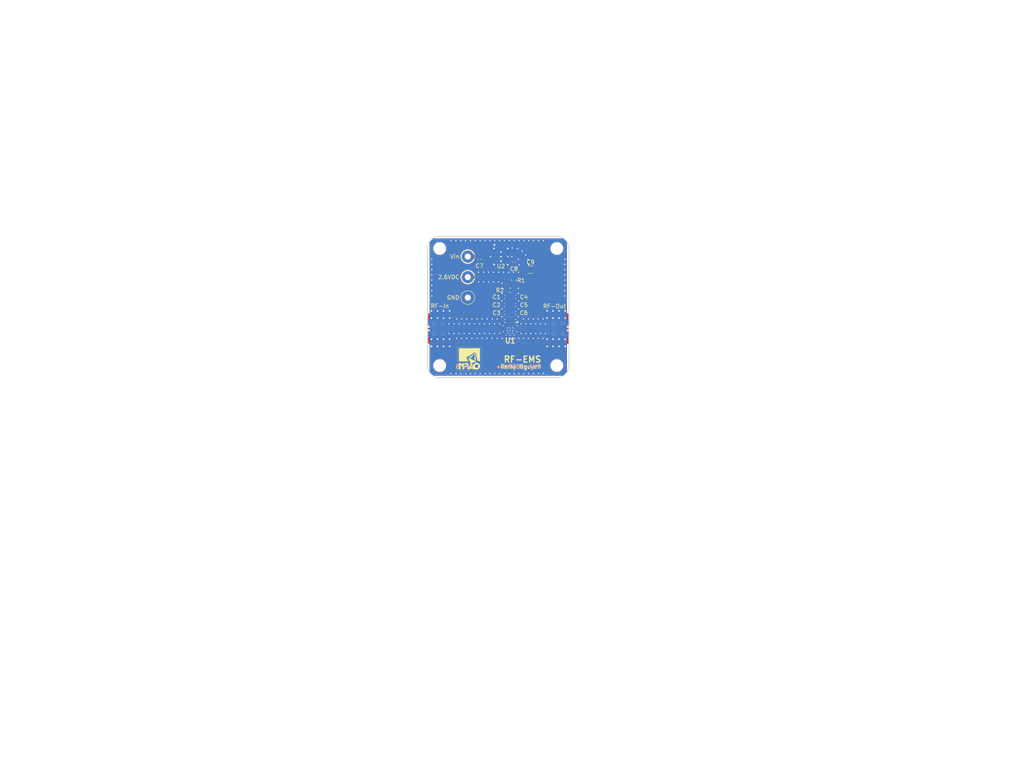
<source format=kicad_pcb>
(kicad_pcb (version 20221018) (generator pcbnew)
  (layers (0 "F.Cu" signal) (1 "In1.Cu" signal) (2 "In2.Cu" signal) (31 "B.Cu" signal) (34 "B.Paste" user) (35 "F.Paste" user) (36 "B.SilkS" user "B.Silkscreen") (37 "F.SilkS" user "F.Silkscreen") (38 "B.Mask" user) (39 "F.Mask" user) (44 "Edge.Cuts" user))
  (net 0 "")
  (net 1 "GND")
  (net 2 "Vin")
  (net 3 "Net-(U2-BYP)")
  (net 4 "2.6VDC")
  (net 5 "Net-(IC2-RF-IN)")
  (net 6 "Net-(IC2-RF-OUT)")
  (net 7 "Net-(IC2-VE)")
  (net 8 "Net-(IC2-VDD)")
  (footprint "rf-dfs:R_0603_1608Metric" (layer "F.Cu") (at 140.2 82.065 90)
    (fp_text reference "R1" (at 0.005 0.73 180) (layer "F.SilkS") (effects (justify left)))
    (fp_text value "10 Ω")
    (pad "1" smd roundrect (at -0.825 0 90) (size 0.8 0.95) (layers "F.Cu" "F.Paste" "F.Mask") (net 8 "Net-(IC2-VDD)"))
    (pad "2" smd roundrect (at 0.825 0 90) (size 0.8 0.95) (layers "F.Cu" "F.Paste" "F.Mask") (net 4 "2.6VDC"))
  )
  (footprint "rf-dfs:C_0402_1005Metric" (layer "F.Cu") (at 140.68 88.13)
    (fp_text reference "C5" (at 0.92 0) (layer "F.SilkS") (effects (justify left)))
    (fp_text value "1000 pF")
    (pad "1" smd roundrect (at -0.48 0) (size 0.56 0.62) (layers "F.Cu" "F.Paste" "F.Mask") (net 8 "Net-(IC2-VDD)"))
    (pad "2" smd roundrect (at 0.48 0) (size 0.56 0.62) (layers "F.Cu" "F.Paste" "F.Mask") (net 1 "GND"))
  )
  (footprint "rf-dfs:C_1206_3216Metric" (layer "F.Cu") (at 144.325 79.4)
    (fp_text reference "C9" (at 0 -1.85) (layer "F.SilkS"))
    (fp_text value "2.2 uF")
    (pad "1" smd roundrect (at -1.475 0) (size 1.15 1.8) (layers "F.Cu" "F.Paste" "F.Mask") (roundrect_rratio 0.2173913043) (net 4 "2.6VDC"))
    (pad "2" smd roundrect (at 1.475 0) (size 1.15 1.8) (layers "F.Cu" "F.Paste" "F.Mask") (roundrect_rratio 0.2173913043) (net 1 "GND"))
  )
  (footprint "rf-dfs:C_0402_1005Metric" (layer "F.Cu") (at 131.7 76.86 -90)
    (fp_text reference "C7" (at 1.6 0 -180) (layer "F.SilkS"))
    (fp_text value "0.33 uF")
    (pad "1" smd roundrect (at -0.48 0 270) (size 0.56 0.62) (layers "F.Cu" "F.Paste" "F.Mask") (net 2 "Vin"))
    (pad "2" smd roundrect (at 0.48 0 270) (size 0.56 0.62) (layers "F.Cu" "F.Paste" "F.Mask") (net 1 "GND"))
  )
  (footprint "rf-dfs:C_0402_1005Metric" (layer "F.Cu") (at 140.68 90.1)
    (fp_text reference "C6" (at 0.92 0) (layer "F.SilkS") (effects (justify left)))
    (fp_text value "100 pF")
    (pad "1" smd roundrect (at -0.48 0) (size 0.56 0.62) (layers "F.Cu" "F.Paste" "F.Mask") (net 8 "Net-(IC2-VDD)"))
    (pad "2" smd roundrect (at 0.48 0) (size 0.56 0.62) (layers "F.Cu" "F.Paste" "F.Mask") (net 1 "GND"))
  )
  (footprint "rf-dfs:C_0402_1005Metric" (layer "F.Cu") (at 137.92 86.16)
    (fp_text reference "C1" (at -0.92 0) (layer "F.SilkS") (effects (justify right)))
    (fp_text value "0.33 uF")
    (pad "1" smd roundrect (at -0.48 0) (size 0.56 0.62) (layers "F.Cu" "F.Paste" "F.Mask") (net 1 "GND"))
    (pad "2" smd roundrect (at 0.48 0) (size 0.56 0.62) (layers "F.Cu" "F.Paste" "F.Mask") (net 7 "Net-(IC2-VE)"))
  )
  (footprint "rf-dfs:TestPoint_Loop_D2.54mm_Drill1.5mm_Beaded" (layer "F.Cu") (at 128.8 86.32)
    (fp_text reference "GND" (at -2 0) (layer "F.SilkS") (effects (justify right)))
    (fp_text value "GND")
    (pad "1" thru_hole circle (at 0 0) (size 3 3) (drill 1.5) (layers "*.Cu" "*.Mask") (net 1 "GND"))
  )
  (footprint "rf-dfs:C_0402_1005Metric" (layer "F.Cu") (at 140.2 77.59 -90)
    (fp_text reference "C8" (at 1.61 -0.025) (layer "F.SilkS"))
    (fp_text value "470 pF")
    (pad "1" smd roundrect (at -0.48 0 270) (size 0.56 0.62) (layers "F.Cu" "F.Paste" "F.Mask") (net 3 "Net-(U2-BYP)"))
    (pad "2" smd roundrect (at 0.48 0 270) (size 0.56 0.62) (layers "F.Cu" "F.Paste" "F.Mask") (net 1 "GND"))
  )
  (footprint "rf-dfs:Mueller BU-1420761881" (layer "F.Cu") (at 149.31 94 180)
    (fp_text reference "RF-Out" (at -3.84 5.55) (layer "F.SilkS") (effects (justify right)))
    (fp_text value "Conn_Coaxial")
    (fp_circle (center -2.9718 -1.2192) (end -2.5654 -1.2192) (stroke (width 0.05)) (fill none) (layer "Edge.Cuts"))
    (fp_circle (center -2.9718 1.2192) (end -2.5654 1.2192) (stroke (width 0.05)) (fill none) (layer "Edge.Cuts"))
    (fp_circle (center -0.7366 -1.2192) (end -0.3302 -1.2192) (stroke (width 0.05)) (fill none) (layer "Edge.Cuts"))
    (fp_circle (center -0.7366 1.2192) (end -0.3302 1.2192) (stroke (width 0.05)) (fill none) (layer "Edge.Cuts"))
    (pad "1" smd rect (at -1.8542 0 180) (size 5.08 0.41) (layers "F.Cu" "F.Paste" "F.Mask") (net 6 "Net-(IC2-RF-OUT)"))
    (pad "2" smd rect (at -1.8542 -2.2292 180) (size 5.08 3.048) (layers "F.Cu" "F.Paste" "F.Mask") (net 1 "GND"))
    (pad "2" smd rect (at -1.8542 -1.4672 180) (size 5.08 1.524) (layers "B.Cu" "B.Paste" "B.Mask") (net 1 "GND"))
    (pad "2" smd rect (at -1.8542 1.4672 180) (size 5.08 1.524) (layers "B.Cu" "B.Paste" "B.Mask") (net 1 "GND"))
    (pad "2" smd rect (at -1.8542 2.2292 180) (size 5.08 3.048) (layers "F.Cu" "F.Paste" "F.Mask") (net 1 "GND"))
    (zone (net 0) (net_name "") (layer "F.Cu") (name "F.Cu Pad Clearance") (connect_pads (clearance 0)) (min_thickness 0.25)
      (keepout (tracks allowed) (vias not_allowed) (pads allowed) (copperpour not_allowed) (footprints allowed))
      (fill (thermal_gap 0.5) (thermal_bridge_width 0.5))
      (polygon (pts (xy 153.7042 94.70612) (xy 148.6242 94.70612) (xy 148.6242 93.29388) (xy 153.7042 93.29388)))
    )
  )
  (footprint "rf-dfs:SOT-23-5_M5_MCH" (layer "F.Cu") (at 137 76.16)
    (fp_text reference "U2" (at 0 2.4 unlocked) (layer "F.SilkS"))
    (fp_text value "MIC5219-2.6YM5-TR")
    (fp_text user "*" (at -1.61925 -2.601) (layer "F.SilkS"))
    (pad "1" smd rect (at -1.36525 -0.950001) (size 0.9779 0.508) (layers "F.Cu" "F.Paste" "F.Mask") (net 2 "Vin"))
    (pad "2" smd rect (at -1.36525 0) (size 0.9779 0.508) (layers "F.Cu" "F.Paste" "F.Mask") (net 1 "GND"))
    (pad "3" smd rect (at -1.36525 0.950001) (size 0.9779 0.508) (layers "F.Cu" "F.Paste" "F.Mask") (net 2 "Vin"))
    (pad "4" smd rect (at 1.36525 0.950001) (size 0.9779 0.508) (layers "F.Cu" "F.Paste" "F.Mask") (net 3 "Net-(U2-BYP)"))
    (pad "5" smd rect (at 1.36525 -0.950001) (size 0.9779 0.508) (layers "F.Cu" "F.Paste" "F.Mask") (net 4 "2.6VDC"))
  )
  (footprint "rf-dfs:FabDrawing-4Layer-Metric-Compact-OSH" (layer "F.Cu") (at 55.5 135.5)
    (fp_text reference " " hide)
    (fp_text value " " hide)
  )
  (footprint "rf-dfs:TestPoint_Loop_D2.54mm_Drill1.5mm_Beaded" (layer "F.Cu") (at 128.8 81.24)
    (fp_text reference "2.6VDC" (at -2 0) (layer "F.SilkS") (effects (justify right)))
    (fp_text value "2.6VDC")
    (pad "1" thru_hole circle (at 0 0) (size 3 3) (drill 1.5) (layers "*.Cu" "*.Mask") (net 4 "2.6VDC"))
  )
  (footprint "rf-dfs:QFN51P250X350X85-17N" (layer "F.Cu") (at 139.3 94 -90)
    (fp_text reference "U1" (at 3 0) (layer "F.SilkS") (effects (font (size 1.27 1.27) (thickness 0.254))))
    (fp_text value "PMA-183PLN+" hide)
    (pad "1" smd rect (at -1.2 -1.02) (size 0.3 0.85) (layers "F.Cu" "F.Paste" "F.Mask") (net 1 "GND"))
    (pad "2" smd rect (at -1.2 -0.51) (size 0.3 0.85) (layers "F.Cu" "F.Paste" "F.Mask") (net 8 "Net-(IC2-VDD)"))
    (pad "3" smd rect (at -1.2 0) (size 0.3 0.85) (layers "F.Cu" "F.Paste" "F.Mask") (net 1 "GND"))
    (pad "4" smd rect (at -1.2 0.51) (size 0.3 0.85) (layers "F.Cu" "F.Paste" "F.Mask") (net 7 "Net-(IC2-VE)"))
    (pad "5" smd rect (at -1.2 1.02) (size 0.3 0.85) (layers "F.Cu" "F.Paste" "F.Mask") (net 1 "GND"))
    (pad "6" smd rect (at -0.51 1.7 270) (size 0.3 0.85) (layers "F.Cu" "F.Paste" "F.Mask") (net 1 "GND"))
    (pad "7" smd rect (at 0 1.7 270) (size 0.3 0.85) (layers "F.Cu" "F.Paste" "F.Mask") (net 5 "Net-(IC2-RF-IN)"))
    (pad "8" smd rect (at 0.51 1.7 270) (size 0.3 0.85) (layers "F.Cu" "F.Paste" "F.Mask") (net 1 "GND"))
    (pad "9" smd rect (at 1.2 1.02) (size 0.3 0.85) (layers "F.Cu" "F.Paste" "F.Mask") (net 1 "GND"))
    (pad "10" smd rect (at 1.2 0.51) (size 0.3 0.85) (layers "F.Cu" "F.Paste" "F.Mask") (net 1 "GND"))
    (pad "11" smd rect (at 1.2 0) (size 0.3 0.85) (layers "F.Cu" "F.Paste" "F.Mask") (net 1 "GND"))
    (pad "12" smd rect (at 1.2 -0.51) (size 0.3 0.85) (layers "F.Cu" "F.Paste" "F.Mask") (net 1 "GND"))
    (pad "13" smd rect (at 1.2 -1.02) (size 0.3 0.85) (layers "F.Cu" "F.Paste" "F.Mask") (net 1 "GND"))
    (pad "14" smd rect (at 0.51 -1.7 270) (size 0.3 0.85) (layers "F.Cu" "F.Paste" "F.Mask") (net 1 "GND"))
    (pad "15" smd rect (at 0 -1.7 270) (size 0.3 0.85) (layers "F.Cu" "F.Paste" "F.Mask") (net 6 "Net-(IC2-RF-OUT)"))
    (pad "16" smd rect (at -0.51 -1.7 270) (size 0.3 0.85) (layers "F.Cu" "F.Paste" "F.Mask") (net 1 "GND"))
    (pad "17" smd rect (at 0 0 270) (size 0.99 2.01) (layers "F.Cu" "F.Paste" "F.Mask") (net 1 "GND"))
  )
  (footprint "rf-dfs:MountingHole_2.7mm_M2.5" (layer "F.Cu") (at 150.85 103.15)
    (fp_text reference "REF**" hide)
    (fp_text value "MountingHole_2.7mm_M2.5" hide)
    (pad "" np_thru_hole circle (at 0 0) (size 2.7 2.7) (drill 2.7) (layers "*.Mask" "F.Cu" "In1.Cu" "In2.Cu" "B.Cu"))
  )
  (footprint "rf-dfs:R_0603_1608Metric" (layer "F.Cu") (at 139.3 84.5)
    (fp_text reference "R2" (at -1.49 0) (layer "F.SilkS") (effects (justify right)))
    (fp_text value "180 Ω")
    (pad "1" smd roundrect (at -0.825 0) (size 0.8 0.95) (layers "F.Cu" "F.Paste" "F.Mask") (net 7 "Net-(IC2-VE)"))
    (pad "2" smd roundrect (at 0.825 0) (size 0.8 0.95) (layers "F.Cu" "F.Paste" "F.Mask") (net 8 "Net-(IC2-VDD)"))
  )
  (footprint "rf-dfs:TestPoint_Loop_D2.54mm_Drill1.5mm_Beaded" (layer "F.Cu") (at 128.8 76.16)
    (fp_text reference "Vin" (at -2 0) (layer "F.SilkS") (effects (justify right)))
    (fp_text value "Vin")
    (pad "1" thru_hole circle (at 0 0) (size 3 3) (drill 1.5) (layers "*.Cu" "*.Mask") (net 2 "Vin"))
  )
  (footprint "rf-dfs:C_0402_1005Metric" (layer "F.Cu") (at 137.92 90.1)
    (fp_text reference "C3" (at -0.92 0) (layer "F.SilkS") (effects (justify right)))
    (fp_text value "100 pF")
    (pad "1" smd roundrect (at -0.48 0) (size 0.56 0.62) (layers "F.Cu" "F.Paste" "F.Mask") (net 1 "GND"))
    (pad "2" smd roundrect (at 0.48 0) (size 0.56 0.62) (layers "F.Cu" "F.Paste" "F.Mask") (net 7 "Net-(IC2-VE)"))
  )
  (footprint "rf-dfs:nrao1_6mm_silk" (layer "F.Cu") (at 129.2 101.5)
    (fp_text reference "G***" hide)
    (fp_text value "LOGO" hide)
  )
  (footprint "rf-dfs:MountingHole_2.7mm_M2.5" (layer "F.Cu") (at 150.85 74.15)
    (fp_text reference "REF**" hide)
    (fp_text value "MountingHole_2.7mm_M2.5" hide)
    (pad "" np_thru_hole circle (at 0 0) (size 2.7 2.7) (drill 2.7) (layers "*.Mask" "F.Cu" "In1.Cu" "In2.Cu" "B.Cu"))
  )
  (footprint "rf-dfs:MountingHole_2.7mm_M2.5" (layer "F.Cu") (at 121.85 74.15)
    (fp_text reference "REF**" hide)
    (fp_text value "MountingHole_2.7mm_M2.5" hide)
    (pad "" np_thru_hole circle (at 0 0) (size 2.7 2.7) (drill 2.7) (layers "*.Mask" "F.Cu" "In1.Cu" "In2.Cu" "B.Cu"))
  )
  (footprint "rf-dfs:Mueller BU-1420761881" (layer "F.Cu") (at 123.39 94)
    (fp_text reference "RF-In" (at -3.84 -5.6) (layer "F.SilkS") (effects (justify left)))
    (fp_text value "Conn_Coaxial")
    (fp_circle (center -2.9718 -1.2192) (end -2.5654 -1.2192) (stroke (width 0.05)) (fill none) (layer "Edge.Cuts"))
    (fp_circle (center -2.9718 1.2192) (end -2.5654 1.2192) (stroke (width 0.05)) (fill none) (layer "Edge.Cuts"))
    (fp_circle (center -0.7366 -1.2192) (end -0.3302 -1.2192) (stroke (width 0.05)) (fill none) (layer "Edge.Cuts"))
    (fp_circle (center -0.7366 1.2192) (end -0.3302 1.2192) (stroke (width 0.05)) (fill none) (layer "Edge.Cuts"))
    (pad "1" smd rect (at -1.8542 0) (size 5.08 0.41) (layers "F.Cu" "F.Paste" "F.Mask") (net 5 "Net-(IC2-RF-IN)"))
    (pad "2" smd rect (at -1.8542 -2.2292) (size 5.08 3.048) (layers "F.Cu" "F.Paste" "F.Mask") (net 1 "GND"))
    (pad "2" smd rect (at -1.8542 -1.4672) (size 5.08 1.524) (layers "B.Cu" "B.Paste" "B.Mask") (net 1 "GND"))
    (pad "2" smd rect (at -1.8542 1.4672) (size 5.08 1.524) (layers "B.Cu" "B.Paste" "B.Mask") (net 1 "GND"))
    (pad "2" smd rect (at -1.8542 2.2292) (size 5.08 3.048) (layers "F.Cu" "F.Paste" "F.Mask") (net 1 "GND"))
    (zone (net 0) (net_name "") (layer "F.Cu") (name "F.Cu Pad Clearance") (connect_pads (clearance 0)) (min_thickness 0.25)
      (keepout (tracks allowed) (vias not_allowed) (pads allowed) (copperpour not_allowed) (footprints allowed))
      (fill (thermal_gap 0.5) (thermal_bridge_width 0.5))
      (polygon (pts (xy 118.9958 93.29388) (xy 124.0758 93.29388) (xy 124.0758 94.70612) (xy 118.9958 94.70612)))
    )
  )
  (footprint "rf-dfs:C_0402_1005Metric" (layer "F.Cu") (at 137.92 88.13)
    (fp_text reference "C2" (at -0.92 0) (layer "F.SilkS") (effects (justify right)))
    (fp_text value "1000 pF")
    (pad "1" smd roundrect (at -0.48 0) (size 0.56 0.62) (layers "F.Cu" "F.Paste" "F.Mask") (net 1 "GND"))
    (pad "2" smd roundrect (at 0.48 0) (size 0.56 0.62) (layers "F.Cu" "F.Paste" "F.Mask") (net 7 "Net-(IC2-VE)"))
  )
  (footprint "rf-dfs:MountingHole_2.7mm_M2.5" (layer "F.Cu") (at 121.85 103.15)
    (fp_text reference "REF**" hide)
    (fp_text value "MountingHole_2.7mm_M2.5" hide)
    (pad "" np_thru_hole circle (at 0 0) (size 2.7 2.7) (drill 2.7) (layers "*.Cu" "*.Mask"))
  )
  (footprint "rf-dfs:C_0402_1005Metric" (layer "F.Cu") (at 140.68 86.16)
    (fp_text reference "C4" (at 0.92 0) (layer "F.SilkS") (effects (justify left)))
    (fp_text value "0.33 uF")
    (pad "1" smd roundrect (at -0.48 0) (size 0.56 0.62) (layers "F.Cu" "F.Paste" "F.Mask") (net 8 "Net-(IC2-VDD)"))
    (pad "2" smd roundrect (at 0.48 0) (size 0.56 0.62) (layers "F.Cu" "F.Paste" "F.Mask") (net 1 "GND"))
  )
  (footprint "rf-dfs:GCPW_osh3_90mm_user" (layer "F.Cu") (at 207 147.5)
    (fp_text reference " " hide)
    (fp_text value "LOGO" hide)
  )
  (gr_arc (start 153.850001 103.150001) (mid 152.971321 105.271321) (end 150.850001 106.150001) (stroke (width 0.2)) (layer "Edge.Cuts"))
  (gr_line (start 153.85 88.65) (end 153.850001 74.149999) (stroke (width 0.2)) (layer "Edge.Cuts"))
  (gr_arc (start 118.85 74.15) (mid 119.72868 72.02868) (end 121.85 71.15) (stroke (width 0.2)) (layer "Edge.Cuts"))
  (gr_line (start 150.850001 71.149999) (end 121.85 71.15) (stroke (width 0.2)) (layer "Edge.Cuts"))
  (gr_arc (start 150.850001 71.149999) (mid 152.971321 72.028679) (end 153.850001 74.149999) (stroke (width 0.2)) (layer "Edge.Cuts"))
  (gr_line (start 153.850001 103.150001) (end 153.85 88.65) (stroke (width 0.2)) (layer "Edge.Cuts"))
  (gr_line (start 121.849999 106.150001) (end 150.850001 106.150001) (stroke (width 0.2)) (layer "Edge.Cuts"))
  (gr_line (start 118.85 74.15) (end 118.85 88.65) (stroke (width 0.2)) (layer "Edge.Cuts"))
  (gr_arc (start 121.849999 106.150001) (mid 119.728679 105.271321) (end 118.849999 103.150001) (stroke (width 0.2)) (layer "Edge.Cuts"))
  (gr_line (start 118.85 88.65) (end 118.849999 103.150001) (stroke (width 0.2)) (layer "Edge.Cuts"))
  (gr_text "PMA-183PLN+" (at 147.1 104) (layer "B.SilkS") (effects (font (size 1 1) (thickness 0.2) bold) (justify left bottom mirror)))
  (gr_text "Rev B" (at 125.7 104) (layer "B.SilkS") (effects (font (size 1 1) (thickness 0.2) bold) (justify right bottom mirror)))
  (gr_text "RF-EMS" (at 147.1 102.5) (layer "F.SilkS") (effects (font (size 1.5 1.5) (thickness 0.3) bold) (justify right bottom)))
  (gr_text "Remy Nguyen" (at 147.1 104) (layer "F.SilkS") (effects (font (size 1 1) (thickness 0.2) bold) (justify right bottom)))
  (segment (start 134.4 76.16) (end 135.6 76.16) (width 0.508) (layer "F.Cu") (net 1))
  (via (at 137.87439 105.1) (size 0.6) (drill 0.3) (layers "F.Cu" "B.Cu") (net 1))
  (via (at 143.204511 92.8) (size 0.6) (drill 0.3) (layers "F.Cu" "B.Cu") (net 1))
  (via (at 130.667073 105.1) (size 0.6) (drill 0.3) (layers "F.Cu" "B.Cu") (net 1))
  (via (at 146.218044 96.4) (size 0.6) (drill 0.3) (layers "F.Cu" "B.Cu") (net 1))
  (via (at 149.9 91.4) (size 0.8) (drill 0.4) (layers "F.Cu" "B.Cu") (net 1))
  (via (at 134.268292 72.2) (size 0.6) (drill 0.3) (layers "F.Cu" "B.Cu") (net 1))
  (via (at 124.658536 72.2) (size 0.6) (drill 0.3) (layers "F.Cu" "B.Cu") (net 1))
  (via (at 137.95 91.75) (size 0.508) (drill 0.254) (layers "F.Cu" "B.Cu") (net 1))
  (via (at 131.495 82.44) (size 0.6) (drill 0.3) (layers "F.Cu" "B.Cu") (net 1))
  (via (at 121.3 98.4) (size 0.8) (drill 0.4) (layers "F.Cu" "B.Cu") (net 1))
  (via (at 151.4 96.6) (size 0.8) (drill 0.4) (layers "F.Cu" "B.Cu") (net 1))
  (via (at 141.325 85.3) (size 0.6) (drill 0.3) (layers "F.Cu" "B.Cu") (net 1))
  (via (at 143.880487 105.1) (size 0.6) (drill 0.3) (layers "F.Cu" "B.Cu") (net 1))
  (via (at 134.8393 91.6) (size 0.6) (drill 0.3) (layers "F.Cu" "B.Cu") (net 1))
  (via (at 142 92.8) (size 0.6) (drill 0.3) (layers "F.Cu" "B.Cu") (net 1))
  (via (at 152.8 85.9) (size 0.6) (drill 0.3) (layers "F.Cu" "B.Cu") (net 1))
  (via (at 146.218044 91.6) (size 0.6) (drill 0.3) (layers "F.Cu" "B.Cu") (net 1))
  (via (at 137.275 91.05) (size 0.6) (drill 0.3) (layers "F.Cu" "B.Cu") (net 1))
  (via (at 127.063414 105.1) (size 0.6) (drill 0.3) (layers "F.Cu" "B.Cu") (net 1))
  (via (at 131.868292 105.1) (size 0.6) (drill 0.3) (layers "F.Cu" "B.Cu") (net 1))
  (via (at 139.3 95.6) (size 0.508) (drill 0.254) (layers "F.Cu" "B.Cu") (net 1))
  (via (at 135.3 78.16) (size 0.8) (drill 0.4) (layers "F.Cu" "B.Cu") (net 1))
  (via (at 146.818044 92.8) (size 0.6) (drill 0.3) (layers "F.Cu" "B.Cu") (net 1))
  (via (at 145.013533 91.6) (size 0.6) (drill 0.3) (layers "F.Cu" "B.Cu") (net 1))
  (via (at 143.878048 72.2) (size 0.6) (drill 0.3) (layers "F.Cu" "B.Cu") (net 1))
  (via (at 140 93.8) (size 0.508) (drill 0.254) (layers "F.Cu" "B.Cu") (net 1))
  (via (at 148.022555 92.8) (size 0.6) (drill 0.3) (layers "F.Cu" "B.Cu") (net 1))
  (via (at 140.32 95.6) (size 0.508) (drill 0.254) (layers "F.Cu" "B.Cu") (net 1))
  (via (at 137.275 82.763334) (size 0.6) (drill 0.3) (layers "F.Cu" "B.Cu") (net 1))
  (via (at 133.965 80.04) (size 0.6) (drill 0.3) (layers "F.Cu" "B.Cu") (net 1))
  (via (at 141.325 89.1) (size 0.6) (drill 0.3) (layers "F.Cu" "B.Cu") (net 1))
  (via (at 129.465853 105.1) (size 0.6) (drill 0.3) (layers "F.Cu" "B.Cu") (net 1))
  (via (at 132.3286 91.6) (size 0.6) (drill 0.3) (layers "F.Cu" "B.Cu") (net 1))
  (via (at 137.275 89.1) (size 0.6) (drill 0.3) (layers "F.Cu" "B.Cu") (net 1))
  (via (at 137.275 84.031667) (size 0.6) (drill 0.3) (layers "F.Cu" "B.Cu") (net 1))
  (via (at 143.809022 96.4) (size 0.6) (drill 0.3) (layers "F.Cu" "B.Cu") (net 1))
  (via (at 152.9 89.6) (size 0.8) (drill 0.4) (layers "F.Cu" "B.Cu") (net 1))
  (via (at 136.09465 91.6) (size 0.6) (drill 0.3) (layers "F.Cu" "B.Cu") (net 1))
  (via (at 136.435 82.44) (size 0.6) (drill 0.3) (layers "F.Cu" "B.Cu") (net 1))
  (via (at 136.435 80.04) (size 0.6) (drill 0.3) (layers "F.Cu" "B.Cu") (net 1))
  (via (at 125.859756 72.2) (size 0.6) (drill 0.3) (layers "F.Cu" "B.Cu") (net 1))
  (via (at 128.56255 96.4) (size 0.6) (drill 0.3) (layers "F.Cu" "B.Cu") (net 1))
  (via (at 139.07317 72.2) (size 0.6) (drill 0.3) (layers "F.Cu" "B.Cu") (net 1))
  (via (at 139.808879 74.011444) (size 0.6) (drill 0.3) (layers "F.Cu" "B.Cu") (net 1))
  (via (at 119.8 91.4) (size 0.8) (drill 0.4) (layers "F.Cu" "B.Cu") (net 1))
  (via (at 141.551447 78.268881) (size 0.6) (drill 0.3) (layers "F.Cu" "B.Cu") (net 1))
  (via (at 131.07325 96.4) (size 0.6) (drill 0.3) (layers "F.Cu" "B.Cu") (net 1))
  (via (at 129.17325 92.8) (size 0.6) (drill 0.3) (layers "F.Cu" "B.Cu") (net 1))
  (via (at 143.138107 75.733859) (size 0.6) (drill 0.3) (layers "F.Cu" "B.Cu") (net 1))
  (via (at 130.4286 95.2) (size 0.6) (drill 0.3) (layers "F.Cu" "B.Cu") (net 1))
  (via (at 141.3 91.05) (size 0.6) (drill 0.3) (layers "F.Cu" "B.Cu") (net 1))
  (via (at 135.471951 105.1) (size 0.6) (drill 0.3) (layers "F.Cu" "B.Cu") (net 1))
  (via (at 137.6 94.75) (size 0.508) (drill 0.254) (layers "F.Cu" "B.Cu") (net 1))
  (via (at 122.8 89.6) (size 0.8) (drill 0.4) (layers "F.Cu" "B.Cu") (net 1))
  (via (at 152.8 79.4) (size 0.6) (drill 0.3) (layers "F.Cu" "B.Cu") (net 1))
  (via (at 137.67 80.04) (size 0.6) (drill 0.3) (layers "F.Cu" "B.Cu") (net 1))
  (via (at 133.067073 72.2) (size 0.6) (drill 0.3) (layers "F.Cu" "B.Cu") (net 1))
  (via (at 119.9 80.7) (size 0.6) (drill 0.3) (layers "F.Cu" "B.Cu") (net 1))
  (via (at 141.4 96.4) (size 0.6) (drill 0.3) (layers "F.Cu" "B.Cu") (net 1))
  (via (at 136.70535 92.8) (size 0.6) (drill 0.3) (layers "F.Cu" "B.Cu") (net 1))
  (via (at 131.495 80.04) (size 0.6) (drill 0.3) (layers "F.Cu" "B.Cu") (net 1))
  (via (at 139.075609 105.1) (size 0.6) (drill 0.3) (layers "F.Cu" "B.Cu") (net 1))
  (via (at 127.9179 92.8) (size 0.6) (drill 0.3) (layers "F.Cu" "B.Cu") (net 1))
  (via (at 126.05185 96.4) (size 0.6) (drill 0.3) (layers "F.Cu" "B.Cu") (net 1))
  (via (at 130.664634 72.2) (size 0.6) (drill 0.3) (layers "F.Cu" "B.Cu") (net 1))
  (via (at 138.28 95.6) (size 0.508) (drill 0.254) (layers "F.Cu" "B.Cu") (net 1))
  (via (at 139.691123 76.2) (size 0.6) (drill 0.3) (layers "F.Cu" "B.Cu") (net 1))
  (via (at 146.280487 72.2) (size 0.6) (drill 0.3) (layers "F.Cu" "B.Cu") (net 1))
  (via (at 127.3072 91.6) (size 0.6) (drill 0.3) (layers "F.Cu" "B.Cu") (net 1))
  (via (at 142.604511 91.6) (size 0.6) (drill 0.3) (layers "F.Cu" "B.Cu") (net 1))
  (via (at 121.3 96.6) (size 0.8) (drill 0.4) (layers "F.Cu" "B.Cu") (net 1))
  (via (at 141.080559 74.22916) (size 0.6) (drill 0.3) (layers "F.Cu" "B.Cu") (net 1))
  (via (at 131.865853 72.2) (size 0.6) (drill 0.3) (layers "F.Cu" "B.Cu") (net 1))
  (via (at 134.19465 95.2) (size 0.6) (drill 0.3) (layers "F.Cu" "B.Cu") (net 1))
  (via (at 119.8 98.4) (size 0.8) (drill 0.4) (layers "F.Cu" "B.Cu") (net 1))
  (via (at 145.013533 96.4) (size 0.6) (drill 0.3) (layers "F.Cu" "B.Cu") (net 1))
  (via (at 132.9393 92.8) (size 0.6) (drill 0.3) (layers "F.Cu" "B.Cu") (net 1))
  (via (at 147.422555 91.6) (size 0.6) (drill 0.3) (layers "F.Cu" "B.Cu") (net 1))
  (via (at 125.4072 92.8) (size 0.6) (drill 0.3) (layers "F.Cu" "B.Cu") (net 1))
  (via (at 145.079268 72.2) (size 0.6) (drill 0.3) (layers "F.Cu" "B.Cu") (net 1))
  (via (at 119.9 83.3) (size 0.6) (drill 0.3) (layers "F.Cu" "B.Cu") (net 1))
  (via (at 152.9 91.4) (size 0.8) (drill 0.4) (layers "F.Cu" "B.Cu") (net 1))
  (via (at 143.948557 78.151117) (size 0.6) (drill 0.3) (layers "F.Cu" "B.Cu") (net 1))
  (via (at 144.409022 92.8) (size 0.6) (drill 0.3) (layers "F.Cu" "B.Cu") (net 1))
  (via (at 133.069512 105.1) (size 0.6) (drill 0.3) (layers "F.Cu" "B.Cu") (net 1))
  (via (at 142.676829 72.2) (size 0.6) (drill 0.3) (layers "F.Cu" "B.Cu") (net 1))
  (via (at 122.8 91.4) (size 0.8) (drill 0.4) (layers "F.Cu" "B.Cu") (net 1))
  (via (at 142 95.2) (size 0.6) (drill 0.3) (layers "F.Cu" "B.Cu") (net 1))
  (via (at 142.679268 105.1) (size 0.6) (drill 0.3) (layers "F.Cu" "B.Cu") (net 1))
  (via (at 126.05185 91.6) (size 0.6) (drill 0.3) (layers "F.Cu" "B.Cu") (net 1))
  (via (at 152.8 80.7) (size 0.6) (drill 0.3) (layers "F.Cu" "B.Cu") (net 1))
  (via (at 125.862195 105.1) (size 0.6) (drill 0.3) (layers "F.Cu" "B.Cu") (net 1))
  (via (at 148.4 98.4) (size 0.8) (drill 0.4) (layers "F.Cu" "B.Cu") (net 1))
  (via (at 138.6 94.5) (size 0.508) (drill 0.254) (layers "F.Cu" "B.Cu") (net 1))
  (via (at 141.475609 72.2) (size 0.6) (drill 0.3) (layers "F.Cu" "B.Cu") (net 1))
  (via (at 148.4 89.6) (size 0.8) (drill 0.4) (layers "F.Cu" "B.Cu") (net 1))
  (via (at 141.35 87.15) (size 0.6) (drill 0.3) (layers "F.Cu" "B.Cu") (net 1))
  (via (at 145.081707 105.1) (size 0.6) (drill 0.3) (layers "F.Cu" "B.Cu") (net 1))
  (via (at 147.481707 72.2) (size 0.6) (drill 0.3) (layers "F.Cu" "B.Cu") (net 1))
  (via (at 143.204511 95.2) (size 0.6) (drill 0.3) (layers "F.Cu" "B.Cu") (net 1))
  (via (at 122.8 96.6) (size 0.8) (drill 0.4) (layers "F.Cu" "B.Cu") (net 1))
  (via (at 138.7 74.16) (size 0.8) (drill 0.4) (layers "F.Cu" "B.Cu") (net 1))
  (via (at 119.9 85.9) (size 0.6) (drill 0.3) (layers "F.Cu" "B.Cu") (net 1))
  (via (at 137.275 85.3) (size 0.6) (drill 0.3) (layers "F.Cu" "B.Cu") (net 1))
  (via (at 129.17325 95.2) (size 0.6) (drill 0.3) (layers "F.Cu" "B.Cu") (net 1))
  (via (at 146.282926 105.1) (size 0.6) (drill 0.3) (layers "F.Cu" "B.Cu") (net 1))
  (via (at 143.809022 91.6) (size 0.6) (drill 0.3) (layers "F.Cu" "B.Cu") (net 1))
  (via (at 145.613533 95.2) (size 0.6) (drill 0.3) (layers "F.Cu" "B.Cu") (net 1))
  (via (at 148.4 91.4) (size 0.8) (drill 0.4) (layers "F.Cu" "B.Cu") (net 1))
  (via (at 152.8 76.8) (size 0.6) (drill 0.3) (layers "F.Cu" "B.Cu") (net 1))
  (via (at 129.8179 96.4) (size 0.6) (drill 0.3) (layers "F.Cu" "B.Cu") (net 1))
  (via (at 137.871951 72.2) (size 0.6) (drill 0.3) (layers "F.Cu" "B.Cu") (net 1))
  (via (at 134.19465 92.8) (size 0.6) (drill 0.3) (layers "F.Cu" "B.Cu") (net 1))
  (via (at 126.66255 95.2) (size 0.6) (drill 0.3) (layers "F.Cu" "B.Cu") (net 1))
  (via (at 140 94.5) (size 0.508) (drill 0.254) (layers "F.Cu" "B.Cu") (net 1))
  (via (at 135.45 95.2) (size 0.6) (drill 0.3) (layers "F.Cu" "B.Cu") (net 1))
  (via (at 124.3 98.4) (size 0.8) (drill 0.4) (layers "F.Cu" "B.Cu") (net 1))
  (via (at 119.9 82) (size 0.6) (drill 0.3) (layers "F.Cu" "B.Cu") (net 1))
  (via (at 128.56255 91.6) (size 0.6) (drill 0.3) (layers "F.Cu" "B.Cu") (net 1))
  (via (at 131.07325 91.6) (size 0.6) (drill 0.3) (layers "F.Cu" "B.Cu") (net 1))
  (via (at 134.4 76.16) (size 0.6) (drill 0.3) (layers "F.Cu" "B.Cu") (net 1))
  (via (at 124.660975 105.1) (size 0.6) (drill 0.3) (layers "F.Cu" "B.Cu") (net 1))
  (via (at 135.469512 72.2) (size 0.6) (drill 0.3) (layers "F.Cu" "B.Cu") (net 1))
  (via (at 151.4 89.6) (size 0.8) (drill 0.4) (layers "F.Cu" "B.Cu") (net 1))
  (via (at 137.275 87.15) (size 0.6) (drill 0.3) (layers "F.Cu" "B.Cu") (net 1))
  (via (at 138.7 76.16) (size 0.6) (drill 0.3) (layers "F.Cu" "B.Cu") (net 1))
  (via (at 135.45 92.8) (size 0.6) (drill 0.3) (layers "F.Cu" "B.Cu") (net 1))
  (via (at 140.27439 72.2) (size 0.6) (drill 0.3) (layers "F.Cu" "B.Cu") (net 1))
  (via (at 138.905 80.04) (size 0.6) (drill 0.3) (layers "F.Cu" "B.Cu") (net 1))
  (via (at 147.422555 96.4) (size 0.6) (drill 0.3) (layers "F.Cu" "B.Cu") (net 1))
  (via (at 148.4 96.6) (size 0.8) (drill 0.4) (layers "F.Cu" "B.Cu") (net 1))
  (via (at 124.3 96.6) (size 0.8) (drill 0.4) (layers "F.Cu" "B.Cu") (net 1))
  (via (at 138.7 78.16) (size 0.8) (drill 0.4) (layers "F.Cu" "B.Cu") (net 1))
  (via (at 134.8393 96.4) (size 0.6) (drill 0.3) (layers "F.Cu" "B.Cu") (net 1))
  (via (at 140.14 80.04) (size 0.6) (drill 0.3) (layers "F.Cu" "B.Cu") (net 1))
  (via (at 152.9 98.4) (size 0.8) (drill 0.4) (layers "F.Cu" "B.Cu") (net 1))
  (via (at 128.264634 105.1) (size 0.6) (drill 0.3) (layers "F.Cu" "B.Cu") (net 1))
  (via (at 129.8179 91.6) (size 0.6) (drill 0.3) (layers "F.Cu" "B.Cu") (net 1))
  (via (at 141 93.25) (size 0.508) (drill 0.254) (layers "F.Cu" "B.Cu") (net 1))
  (via (at 119.9 84.6) (size 0.6) (drill 0.3) (layers "F.Cu" "B.Cu") (net 1))
  (via (at 132.9393 95.2) (size 0.6) (drill 0.3) (layers "F.Cu" "B.Cu") (net 1))
  (via (at 142.226137 74.821889) (size 0.6) (drill 0.3) (layers "F.Cu" "B.Cu") (net 1))
  (via (at 152.8 84.6) (size 0.6) (drill 0.3) (layers "F.Cu" "B.Cu") (net 1))
  (via (at 152.9 96.6) (size 0.8) (drill 0.4) (layers "F.Cu" "B.Cu") (net 1))
  (via (at 132.73 80.04) (size 0.6) (drill 0.3) (layers "F.Cu" "B.Cu") (net 1))
  (via (at 127.060975 72.2) (size 0.6) (drill 0.3) (layers "F.Cu" "B.Cu") (net 1))
  (via (at 135.3 74.16) (size 0.8) (drill 0.4) (layers "F.Cu" "B.Cu") (net 1))
  (via (at 140.6 92.5) (size 0.508) (drill 0.254) (layers "F.Cu" "B.Cu") (net 1))
  (via (at 140.65 91.75) (size 0.508) (drill 0.254) (layers "F.Cu" "B.Cu") (net 1))
  (via (at 122.8 98.4) (size 0.8) (drill 0.4) (layers "F.Cu" "B.Cu") (net 1))
  (via (at 152.8 82) (size 0.6) (drill 0.3) (layers "F.Cu" "B.Cu") (net 1))
  (via (at 127.9179 95.2) (size 0.6) (drill 0.3) (layers "F.Cu" "B.Cu") (net 1))
  (via (at 139.3 94.5) (size 0.508) (drill 0.254) (layers "F.Cu" "B.Cu") (net 1))
  (via (at 132.3286 96.4) (size 0.6) (drill 0.3) (layers "F.Cu" "B.Cu") (net 1))
  (via (at 132.73 82.44) (size 0.6) (drill 0.3) (layers "F.Cu" "B.Cu") (net 1))
  (via (at 119.9 78.1) (size 0.6) (drill 0.3) (layers "F.Cu" "B.Cu") (net 1))
  (via (at 143.730838 76.879436) (size 0.6) (drill 0.3) (layers "F.Cu" "B.Cu") (net 1))
  (via (at 138 92.5) (size 0.508) (drill 0.254) (layers "F.Cu" "B.Cu") (net 1))
  (via (at 152.8 78.1) (size 0.6) (drill 0.3) (layers "F.Cu" "B.Cu") (net 1))
  (via (at 141.375 80.04) (size 0.6) (drill 0.3) (layers "F.Cu" "B.Cu") (net 1))
  (via (at 139.81 95.1) (size 0.508) (drill 0.254) (layers "F.Cu" "B.Cu") (net 1))
  (via (at 133.965 82.44) (size 0.6) (drill 0.3) (layers "F.Cu" "B.Cu") (net 1))
  (via (at 145.613533 92.8) (size 0.6) (drill 0.3) (layers "F.Cu" "B.Cu") (net 1))
  (via (at 121.3 89.6) (size 0.8) (drill 0.4) (layers "F.Cu" "B.Cu") (net 1))
  (via (at 131.68395 92.8) (size 0.6) (drill 0.3) (layers "F.Cu" "B.Cu") (net 1))
  (via (at 133.58395 91.6) (size 0.6) (drill 0.3) (layers "F.Cu" "B.Cu") (net 1))
  (via (at 136.670731 72.2) (size 0.6) (drill 0.3) (layers "F.Cu" "B.Cu") (net 1))
  (via (at 141.478048 105.1) (size 0.6) (drill 0.3) (layers "F.Cu" "B.Cu") (net 1))
  (via (at 121.3 91.4) (size 0.8) (drill 0.4) (layers "F.Cu" "B.Cu") (net 1))
  (via (at 138.35 96.4) (size 0.6) (drill 0.3) (layers "F.Cu" "B.Cu") (net 1))
  (via (at 124.15185 95.2) (size 0.6) (drill 0.3) (layers "F.Cu" "B.Cu") (net 1))
  (via (at 138.6 93.8) (size 0.508) (drill 0.254) (layers "F.Cu" "B.Cu") (net 1))
  (via (at 130.4286 92.8) (size 0.6) (drill 0.3) (layers "F.Cu" "B.Cu") (net 1))
  (via (at 148.022555 95.2) (size 0.6) (drill 0.3) (layers "F.Cu" "B.Cu") (net 1))
  (via (at 149.9 96.6) (size 0.8) (drill 0.4) (layers "F.Cu" "B.Cu") (net 1))
  (via (at 137 77.26) (size 0.8) (drill 0.4) (layers "F.Cu" "B.Cu") (net 1))
  (via (at 136.70535 95.2) (size 0.6) (drill 0.3) (layers "F.Cu" "B.Cu") (net 1))
  (via (at 129.463414 72.2) (size 0.6) (drill 0.3) (layers "F.Cu" "B.Cu") (net 1))
  (via (at 139.3 93.8) (size 0.508) (drill 0.254) (layers "F.Cu" "B.Cu") (net 1))
  (via (at 136.09465 96.4) (size 0.6) (drill 0.3) (layers "F.Cu" "B.Cu") (net 1))
  (via (at 147.484146 105.1) (size 0.6) (drill 0.3) (layers "F.Cu" "B.Cu") (net 1))
  (via (at 141.3 76.8) (size 0.6) (drill 0.3) (layers "F.Cu" "B.Cu") (net 1))
  (via (at 119.9 79.4) (size 0.6) (drill 0.3) (layers "F.Cu" "B.Cu") (net 1))
  (via (at 141 94.75) (size 0.508) (drill 0.254) (layers "F.Cu" "B.Cu") (net 1))
  (via (at 151.4 91.4) (size 0.8) (drill 0.4) (layers "F.Cu" "B.Cu") (net 1))
  (via (at 137.35 96.4) (size 0.6) (drill 0.3) (layers "F.Cu" "B.Cu") (net 1))
  (via (at 137 75.06) (size 0.8) (drill 0.4) (layers "F.Cu" "B.Cu") (net 1))
  (via (at 149.9 89.6) (size 0.8) (drill 0.4) (layers "F.Cu" "B.Cu") (net 1))
  (via (at 127.3072 96.4) (size 0.6) (drill 0.3) (layers "F.Cu" "B.Cu") (net 1))
  (via (at 152.8 83.3) (size 0.6) (drill 0.3) (layers "F.Cu" "B.Cu") (net 1))
  (via (at 138.79 95.1) (size 0.508) (drill 0.254) (layers "F.Cu" "B.Cu") (net 1))
  (via (at 119.8 89.6) (size 0.8) (drill 0.4) (layers "F.Cu" "B.Cu") (net 1))
  (via (at 137 76.16) (size 0.8) (drill 0.4) (layers "F.Cu" "B.Cu") (net 1))
  (via (at 135.2 80.04) (size 0.6) (drill 0.3) (layers "F.Cu" "B.Cu") (net 1))
  (via (at 142.604511 96.4) (size 0.6) (drill 0.3) (layers "F.Cu" "B.Cu") (net 1))
  (via (at 124.3 89.6) (size 0.8) (drill 0.4) (layers "F.Cu" "B.Cu") (net 1))
  (via (at 140.276829 105.1) (size 0.6) (drill 0.3) (layers "F.Cu" "B.Cu") (net 1))
  (via (at 144.409022 95.2) (size 0.6) (drill 0.3) (layers "F.Cu" "B.Cu") (net 1))
  (via (at 149.9 98.4) (size 0.8) (drill 0.4) (layers "F.Cu" "B.Cu") (net 1))
  (via (at 134.270731 105.1) (size 0.6) (drill 0.3) (layers "F.Cu" "B.Cu") (net 1))
  (via (at 135.2 82.44) (size 0.6) (drill 0.3) (layers "F.Cu" "B.Cu") (net 1))
  (via (at 146.818044 95.2) (size 0.6) (drill 0.3) (layers "F.Cu" "B.Cu") (net 1))
  (via (at 133.58395 96.4) (size 0.6) (drill 0.3) (layers "F.Cu" "B.Cu") (net 1))
  (via (at 137.6 93.25) (size 0.508) (drill 0.254) (layers "F.Cu" "B.Cu") (net 1))
  (via (at 125.4072 95.2) (size 0.6) (drill 0.3) (layers "F.Cu" "B.Cu") (net 1))
  (via (at 119.9 76.8) (size 0.6) (drill 0.3) (layers "F.Cu" "B.Cu") (net 1))
  (via (at 139.375 96.4) (size 0.6) (drill 0.3) (layers "F.Cu" "B.Cu") (net 1))
  (via (at 131.68395 95.2) (size 0.6) (drill 0.3) (layers "F.Cu" "B.Cu") (net 1))
  (via (at 124.15185 92.8) (size 0.6) (drill 0.3) (layers "F.Cu" "B.Cu") (net 1))
  (via (at 128.262195 72.2) (size 0.6) (drill 0.3) (layers "F.Cu" "B.Cu") (net 1))
  (via (at 126.66255 92.8) (size 0.6) (drill 0.3) (layers "F.Cu" "B.Cu") (net 1))
  (via (at 141.325 84.031667) (size 0.6) (drill 0.3) (layers "F.Cu" "B.Cu") (net 1))
  (via (at 140.4 96.4) (size 0.6) (drill 0.3) (layers "F.Cu" "B.Cu") (net 1))
  (via (at 151.4 98.4) (size 0.8) (drill 0.4) (layers "F.Cu" "B.Cu") (net 1))
  (via (at 124.3 91.4) (size 0.8) (drill 0.4) (layers "F.Cu" "B.Cu") (net 1))
  (via (at 136.67317 105.1) (size 0.6) (drill 0.3) (layers "F.Cu" "B.Cu") (net 1))
  (via (at 119.8 96.6) (size 0.8) (drill 0.4) (layers "F.Cu" "B.Cu") (net 1))
  (segment (start 133.490001 77.110001) (end 132.54 76.16) (width 0.508) (layer "F.Cu") (net 2))
  (segment (start 135.6 77.110001) (end 133.490001 77.110001) (width 0.508) (layer "F.Cu") (net 2))
  (segment (start 135.6 75.209999) (end 133.490001 75.209999) (width 0.508) (layer "F.Cu") (net 2))
  (segment (start 132.34 76.16) (end 128.8 76.16) (width 1.1) (layer "F.Cu") (net 2))
  (segment (start 133.490001 75.209999) (end 132.54 76.16) (width 0.508) (layer "F.Cu") (net 2))
  (segment (start 140.2 77.11) (end 140.199999 77.110001) (width 0.508) (layer "F.Cu") (net 3))
  (segment (start 140.199999 77.110001) (end 138.3305 77.110001) (width 0.508) (layer "F.Cu") (net 3))
  (segment (start 139.750001 75.209999) (end 138.36525 75.209999) (width 0.508) (layer "F.Cu") (net 4))
  (segment (start 142.501423 81.098578) (end 142.608579 80.991422) (width 0.8) (layer "F.Cu") (net 4))
  (segment (start 142.750001 78.149999) (end 142.750001 78.250001) (width 0.508) (layer "F.Cu") (net 4))
  (segment (start 142.160002 81.24) (end 128.8 81.24) (width 0.8) (layer "F.Cu") (net 4))
  (segment (start 142.750001 80.650001) (end 142.750001 79.150001) (width 0.8) (layer "F.Cu") (net 4))
  (arc (start 142.608579 80.991422) (mid 142.713246 80.834776) (end 142.75 80.65) (width 0.8) (layer "F.Cu") (net 4))
  (arc (start 142.501423 81.098578) (mid 142.344777 81.203245) (end 142.160002 81.239999) (width 0.8) (layer "F.Cu") (net 4))
  (arc (start 142.750001 78.209999) (mid 141.871321 76.088679) (end 139.750001 75.209999) (width 0.508) (layer "F.Cu") (net 4))
  (segment (start 121.5358 94) (end 136.6 94) (width 0.37) (layer "F.Cu") (net 5))
  (segment (start 152.8406 94) (end 142 94) (width 0.37) (layer "F.Cu") (net 6))
  (segment (start 138.616421 91.316421) (end 138.648578 91.348578) (width 0.3) (layer "F.Cu") (net 7))
  (segment (start 138.475 90.975) (end 138.475 90.5) (width 0.3) (layer "F.Cu") (net 7))
  (segment (start 138.79 91.69) (end 138.79 92.8) (width 0.3) (layer "F.Cu") (net 7))
  (segment (start 138.475 84.5) (end 138.475 90.5) (width 0.8) (layer "F.Cu") (net 7))
  (arc (start 138.648578 91.348578) (mid 138.753244 91.505223) (end 138.789999 91.689999) (width 0.3) (layer "F.Cu") (net 7))
  (arc (start 138.616421 91.316421) (mid 138.511753 91.159775) (end 138.474999 90.975) (width 0.3) (layer "F.Cu") (net 7))
  (segment (start 139.983578 91.31642) (end 139.951421 91.348578) (width 0.3) (layer "F.Cu") (net 8))
  (segment (start 140.125 82.89) (end 140.125 90.5) (width 0.8) (layer "F.Cu") (net 8))
  (segment (start 140.125 90.975) (end 140.125 90.5) (width 0.3) (layer "F.Cu") (net 8))
  (segment (start 139.81 91.69) (end 139.81 92.8) (width 0.3) (layer "F.Cu") (net 8))
  (arc (start 139.951421 91.348578) (mid 139.846753 91.505223) (end 139.809999 91.69) (width 0.3) (layer "F.Cu") (net 8))
  (arc (start 139.983578 91.31642) (mid 140.088245 91.159775) (end 140.124999 90.975) (width 0.3) (layer "F.Cu") (net 8))
  (zone (net 1) (net_name "GND") (layer "F.Cu") (name "GND Fill") (priority 3) (connect_pads yes (clearance 0.2)) (min_thickness 0.25) (fill yes (thermal_gap 0.5) (thermal_bridge_width 0.5))
    (polygon (pts (xy 137.15 94.85) (xy 141.45 94.85) (xy 141.45 92.35) (xy 137.15 92.35)))
  )
  (zone (net 6) (net_name "Net-(IC2-RF-OUT)") (layer "F.Cu") (priority 17540) (connect_pads yes (clearance 0)) (min_thickness 0.0254) (fill yes (thermal_gap 0.5) (thermal_bridge_width 0.5))
    (polygon (pts (xy 142.02775 94) (xy 142.0085 93.815) (xy 141.897471 93.81598) (xy 141.80142 93.81864) (xy 141.717347 93.822559) (xy 141.642256 93.82732) (xy 141.573151 93.8325) (xy 141.507033 93.83768) (xy 141.440907 93.84244) (xy 141.371773 93.84636) (xy 141.296637 93.84902) (xy 141.2125 93.85) (xy 141 93.85) (xy 140.982 94) (xy 141 94.15) (xy 141.2125 94.15) (xy 141.296637 94.15098) (xy 141.371773 94.15364) (xy 141.440907 94.157559) (xy 141.507033 94.16232) (xy 141.573151 94.1675) (xy 141.642256 94.17268) (xy 141.717347 94.17744) (xy 141.80142 94.18136) (xy 141.897471 94.18402) (xy 142.0085 94.185)))
  )
  (zone (net 5) (net_name "Net-(IC2-RF-IN)") (layer "F.Cu") (priority 17540) (connect_pads yes (clearance 0)) (min_thickness 0.0254) (fill yes (thermal_gap 0.5) (thermal_bridge_width 0.5))
    (polygon (pts (xy 136.57225 94) (xy 136.5915 94.185) (xy 136.702528 94.18402) (xy 136.798579 94.18136) (xy 136.882652 94.177439) (xy 136.957743 94.17268) (xy 137.026848 94.1675) (xy 137.092966 94.16232) (xy 137.159092 94.15756) (xy 137.228226 94.15364) (xy 137.303362 94.15098) (xy 137.3875 94.15) (xy 137.6 94.15) (xy 137.618 94) (xy 137.6 93.85) (xy 137.3875 93.85) (xy 137.303362 93.84902) (xy 137.228226 93.84636) (xy 137.159092 93.842439) (xy 137.092966 93.83768) (xy 137.026848 93.8325) (xy 136.957743 93.82732) (xy 136.882652 93.82256) (xy 136.798579 93.81864) (xy 136.702528 93.81598) (xy 136.5915 93.815)))
  )
  (zone (net 4) (net_name "2.6VDC") (layer "F.Cu") (priority 17540) (connect_pads yes (clearance 0)) (min_thickness 0.0254) (fill yes (thermal_gap 0.5) (thermal_bridge_width 0.5))
    (polygon (pts (xy 142.486001 77.425877) (xy 142.479813 77.661881) (xy 142.463017 77.855491) (xy 142.438265 78.017304) (xy 142.408209 78.157921) (xy 142.375501 78.287939) (xy 142.342793 78.417956) (xy 142.312737 78.558573) (xy 142.287985 78.720386) (xy 142.276189 78.913996) (xy 142.280001 79.150001) (xy 142.275001 79.221251) (xy 142.740001 79.387501) (xy 143.215001 79.221251) (xy 143.215001 79.150001) (xy 143.208813 78.913996) (xy 143.192017 78.720386) (xy 143.167265 78.558573) (xy 143.137209 78.417956) (xy 143.104501 78.287939) (xy 143.071793 78.157921) (xy 143.041737 78.017304) (xy 143 77.86) (xy 142.96 77.661881) (xy 142.91 77.44) (xy 142.86 77.2) (xy 142.740001 77.138527) (xy 142.486001 77.171877)))
  )
  (zone (net 1) (net_name "GND") (layers "F.Cu" "In1.Cu" "In2.Cu" "B.Cu") (name "GND Fill") (priority 2) (connect_pads yes (clearance 0.2)) (min_thickness 0.25) (fill yes (thermal_gap 0.5) (thermal_bridge_width 0.5) (smoothing fillet) (radius 3))
    (polygon (pts (xy 119.35 91.5) (xy 153.35 91.5) (xy 153.35 96.15) (xy 119.35 96.15)))
  )
  (zone (net 1) (net_name "GND") (layers "F.Cu" "In1.Cu" "In2.Cu" "B.Cu") (name "GND Fill") (priority 3) (connect_pads yes (clearance 0.2)) (min_thickness 0.5) (fill yes (thermal_gap 0.5) (thermal_bridge_width 0.5))
    (polygon (pts (xy 137.05 92.5) (xy 137.05 91.05) (xy 141.6 91.05) (xy 141.6 92.5) (xy 137.1 92.5)))
  )
  (zone (net 1) (net_name "GND") (layers "F.Cu" "In1.Cu" "In2.Cu" "B.Cu") (name "GND Fill") (priority 1) (connect_pads yes (clearance 0.3)) (min_thickness 0.6) (fill yes (thermal_gap 0.6) (thermal_bridge_width 0.6) (smoothing fillet) (radius 3))
    (polygon (pts (xy 119.35 105.65) (xy 119.35 71.65) (xy 153.35 71.65) (xy 153.35 105.65)))
  )
  (zone (net 0) (net_name "") (layers "F.Cu" "Dwgs.User") (connect_pads (clearance 0)) (min_thickness 0.25)
    (keepout (tracks allowed) (vias allowed) (pads allowed) (copperpour not_allowed) (footprints allowed))
    (fill (thermal_gap 0.5) (thermal_bridge_width 0.5))
    (polygon (pts (xy 148.625 94.705) (xy 148.25 94.385) (xy 148.625 94.385)))
  )
  (zone (net 0) (net_name "") (layers "F.Cu" "Dwgs.User") (connect_pads (clearance 0)) (min_thickness 0.25)
    (keepout (tracks allowed) (vias allowed) (pads allowed) (copperpour not_allowed) (footprints allowed))
    (fill (thermal_gap 0.5) (thermal_bridge_width 0.5))
    (polygon (pts (xy 148.625 93.295) (xy 148.25 93.615) (xy 148.625 93.615)))
  )
  (zone (net 0) (net_name "") (layers "F.Cu" "Dwgs.User") (connect_pads (clearance 0)) (min_thickness 0.25)
    (keepout (tracks allowed) (vias allowed) (pads allowed) (copperpour not_allowed) (footprints allowed))
    (fill (thermal_gap 0.5) (thermal_bridge_width 0.5))
    (polygon (pts (xy 124.075 94.705) (xy 124.45 94.385) (xy 124.075 94.385)))
  )
  (zone (net 0) (net_name "") (layers "F.Cu" "Dwgs.User") (connect_pads (clearance 0)) (min_thickness 0.25)
    (keepout (tracks allowed) (vias allowed) (pads allowed) (copperpour not_allowed) (footprints allowed))
    (fill (thermal_gap 0.5) (thermal_bridge_width 0.5))
    (polygon (pts (xy 124.075 93.295) (xy 124.45 93.615) (xy 124.075 93.615)))
  )
  (zone (net 1) (net_name "GND") (layers "In1.Cu" "In2.Cu" "B.Cu") (name "GND Fill") (priority 2) (connect_pads yes (clearance 0)) (min_thickness 0.25) (fill yes (thermal_gap 0.5) (thermal_bridge_width 0.5) (smoothing fillet) (radius 3))
    (polygon (pts (xy 148.25 90.2) (xy 153.35 90.2) (xy 153.35 97.8) (xy 148.25 97.8)))
  )
  (zone (net 1) (net_name "GND") (layers "In1.Cu" "In2.Cu" "B.Cu") (name "GND Fill") (priority 2) (connect_pads yes (clearance 0)) (min_thickness 0.25) (fill yes (thermal_gap 0.5) (thermal_bridge_width 0.5) (smoothing fillet) (radius 3))
    (polygon (pts (xy 119.35 90.2) (xy 124.45 90.2) (xy 124.45 97.8) (xy 119.35 97.8)))
  )
)
</source>
